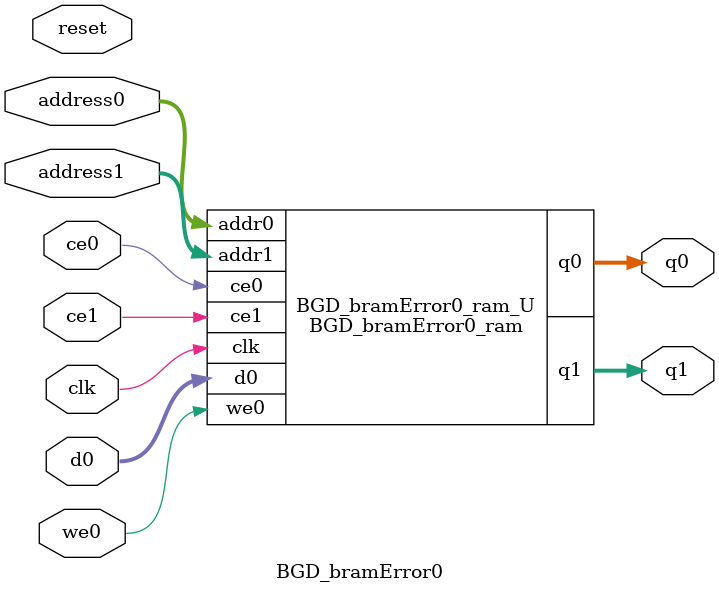
<source format=v>
`timescale 1 ns / 1 ps
module BGD_bramError0_ram (addr0, ce0, d0, we0, q0, addr1, ce1, q1,  clk);

parameter DWIDTH = 32;
parameter AWIDTH = 6;
parameter MEM_SIZE = 64;

input[AWIDTH-1:0] addr0;
input ce0;
input[DWIDTH-1:0] d0;
input we0;
output reg[DWIDTH-1:0] q0;
input[AWIDTH-1:0] addr1;
input ce1;
output reg[DWIDTH-1:0] q1;
input clk;

(* ram_style = "block" *)reg [DWIDTH-1:0] ram[0:MEM_SIZE-1];




always @(posedge clk)  
begin 
    if (ce0) begin
        if (we0) 
            ram[addr0] <= d0; 
        q0 <= ram[addr0];
    end
end


always @(posedge clk)  
begin 
    if (ce1) begin
        q1 <= ram[addr1];
    end
end


endmodule

`timescale 1 ns / 1 ps
module BGD_bramError0(
    reset,
    clk,
    address0,
    ce0,
    we0,
    d0,
    q0,
    address1,
    ce1,
    q1);

parameter DataWidth = 32'd32;
parameter AddressRange = 32'd64;
parameter AddressWidth = 32'd6;
input reset;
input clk;
input[AddressWidth - 1:0] address0;
input ce0;
input we0;
input[DataWidth - 1:0] d0;
output[DataWidth - 1:0] q0;
input[AddressWidth - 1:0] address1;
input ce1;
output[DataWidth - 1:0] q1;



BGD_bramError0_ram BGD_bramError0_ram_U(
    .clk( clk ),
    .addr0( address0 ),
    .ce0( ce0 ),
    .we0( we0 ),
    .d0( d0 ),
    .q0( q0 ),
    .addr1( address1 ),
    .ce1( ce1 ),
    .q1( q1 ));

endmodule


</source>
